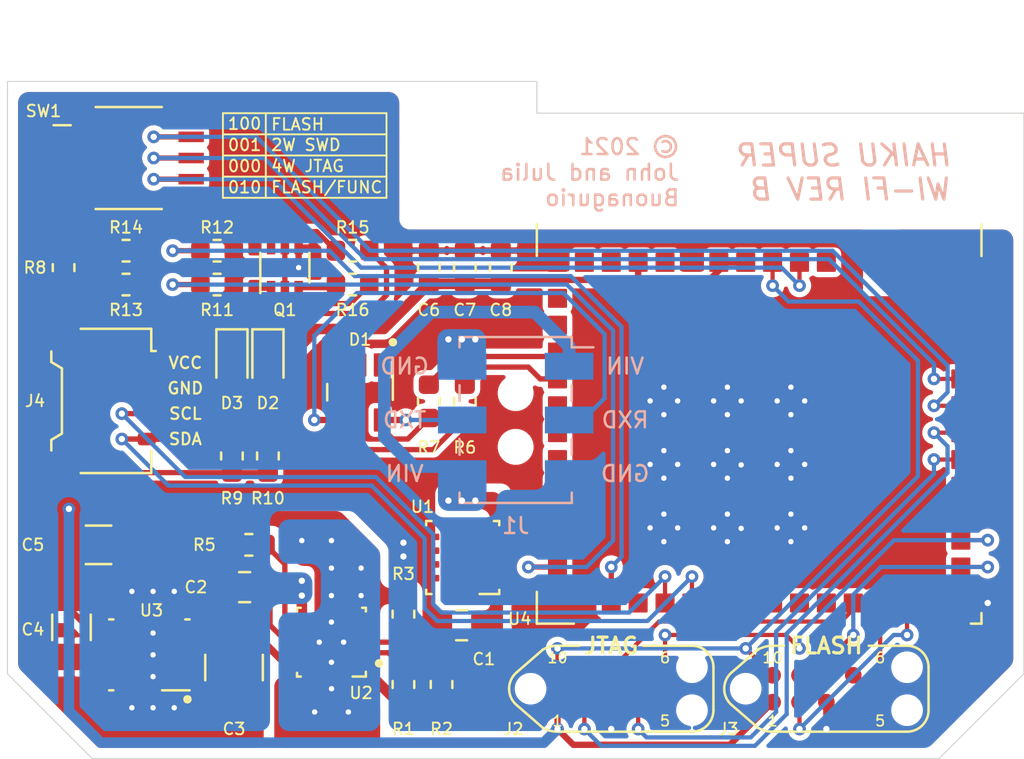
<source format=kicad_pcb>
(kicad_pcb (version 20211014) (generator pcbnew)
  (layers (0 "F.Cu" signal) (31 "B.Cu" signal) (34 "B.Paste" user) (35 "F.Paste" user) (36 "B.SilkS" user "B.Silkscreen") (37 "F.SilkS" user "F.Silkscreen") (38 "B.Mask" user) (39 "F.Mask" user) (44 "Edge.Cuts" user))
  (net 0 "")
  (net 1 "GND")
  (net 2 "+20V")
  (net 3 "VCC")
  (net 4 "CC_nRESET")
  (net 5 "CC_JTAG_TDI")
  (net 6 "CC_JTAG_TDO")
  (net 7 "CC_JTAG_TCK")
  (net 8 "CC_JTAG_TMS")
  (net 9 "CC_FLASH_SPI_MISO")
  (net 10 "CC_FLASH_SPI_MOSI")
  (net 11 "CC_FLASH_SPI_CLK")
  (net 12 "CC_FLASH_SPI_nCS_IN")
  (net 13 "CC_UART0_RX")
  (net 14 "CC_UART0_TX")
  (net 15 "/RXD")
  (net 16 "/TXD")
  (net 17 "Net-(D1-Pad3)")
  (net 18 "Net-(D1-Pad1)")
  (net 19 "Net-(J2-Pad9)")
  (net 20 "Net-(J2-Pad7)")
  (net 21 "Net-(J2-Pad5)")
  (net 22 "Net-(J3-Pad9)")
  (net 23 "Net-(J3-Pad7)")
  (net 24 "Net-(J3-Pad5)")
  (net 25 "Net-(R8-Pad2)")
  (net 26 "Net-(U2-Pad4)")
  (net 27 "Net-(U3-Pad10)")
  (net 28 "Net-(U3-Pad9)")
  (net 29 "Net-(U3-Pad8)")
  (net 30 "Net-(U3-Pad5)")
  (net 31 "Net-(U4-Pad53)")
  (net 32 "CC_NWP_LOG")
  (net 33 "Net-(U4-Pad51)")
  (net 34 "CC_WLAN_LOG")
  (net 35 "CC_RS232_RX")
  (net 36 "CC_RS232_TX")
  (net 37 "Net-(U4-Pad45)")
  (net 38 "Net-(U4-Pad44)")
  (net 39 "Net-(U4-Pad42)")
  (net 40 "Net-(U4-Pad41)")
  (net 41 "Net-(U4-Pad39)")
  (net 42 "Net-(U4-Pad33)")
  (net 43 "Net-(U4-Pad31)")
  (net 44 "Net-(U4-Pad20)")
  (net 45 "Net-(U4-Pad19)")
  (net 46 "Net-(U4-Pad11)")
  (net 47 "Net-(U4-Pad10)")
  (net 48 "Net-(U4-Pad9)")
  (net 49 "Net-(U4-Pad8)")
  (net 50 "Net-(U4-Pad4)")
  (net 51 "/RTN")
  (net 52 "/VIN")
  (net 53 "SOP0")
  (net 54 "SOP1")
  (net 55 "SOP2")
  (net 56 "Net-(U2-Pad9)")
  (net 57 "/DVDT")
  (net 58 "/UVLO")
  (net 59 "/OVP")
  (net 60 "/ILIM")
  (net 61 "I2C_SDA")
  (net 62 "I2C_SCL")
  (net 63 "Net-(D2-Pad1)")
  (net 64 "Net-(Q1-Pad6)")
  (net 65 "Net-(Q1-Pad2)")
  (net 66 "Net-(Q1-Pad5)")
  (net 67 "Net-(Q1-Pad3)")
  (net 68 "GT_PWM05")
  (net 69 "GT_PWM06")
  (net 70 "Net-(D3-Pad1)")
  (net 71 "Net-(U4-Pad7)")
  (footprint "Local:C_0603_1608Metric" (layer "F.Cu") (at 146.1 107.78 90)
    (fp_text reference "C7")
    (fp_text value "0.1uF")
  )
  (footprint "Local:C_0603_1608Metric" (layer "F.Cu") (at 147.8 107.78 90)
    (fp_text reference "C8")
    (fp_text value "0.1uF")
  )
  (footprint "Local:TC2050-IDC-NL-FP-JTAG" (layer "F.Cu") (at 153.016001 127.7)
    (fp_text reference "J2")
    (fp_text value "TC2050-IDC-NL-FP")
  )
  (footprint "Local:TC2050-IDC-NL-FP-Flash" (layer "F.Cu") (at 163.175 127.7)
    (fp_text reference "J3")
    (fp_text value "TC2050-IDC-NL-FP")
  )
  (footprint "Local:DBV0005A" (layer "F.Cu") (at 141.15 113.7 -90)
    (fp_text reference "D1")
    (fp_text value "ESDS302DBVR")
  )
  (footprint "Local:C_0805_2012Metric" (layer "F.Cu") (at 145.95 124.7 180)
    (fp_text reference "C1")
    (fp_text value "1uF")
  )
  (footprint "Local:DRB0008A" (layer "F.Cu") (at 146 121.5 180)
    (fp_text reference "U1")
    (fp_text value "TVS3301DRBR")
  )
  (footprint "Local:R_0603_1608Metric" (layer "F.Cu") (at 143.2 127.5 90)
    (fp_text reference "R1")
    (fp_text value "1M")
  )
  (footprint "Local:R_0603_1608Metric" (layer "F.Cu") (at 145 127.5 90)
    (fp_text reference "R2")
    (fp_text value "536k")
  )
  (footprint "Local:C_1206_3216Metric" (layer "F.Cu") (at 127.522 124.8 -90)
    (fp_text reference "C4")
    (fp_text value "47uF")
  )
  (footprint "Local:C_1210_3225Metric" (layer "F.Cu") (at 135.2 126.7 -90)
    (fp_text reference "C3")
    (fp_text value "10uF")
  )
  (footprint "Local:DRC0010J" (layer "F.Cu") (at 139.8 125.5 180)
    (fp_text reference "U2")
    (fp_text value "TPS26624DRCR")
  )
  (footprint "Local:MON0063A" (layer "F.Cu") (at 149.625 124.5 90)
    (fp_text reference "U4")
    (fp_text value "CC3235MODASF12MONR")
  )
  (footprint "Local:R_0603_1608Metric" (layer "F.Cu") (at 144.4 114.12 90)
    (fp_text reference "R7")
    (fp_text value "100")
  )
  (footprint "Local:C_0603_1608Metric" (layer "F.Cu") (at 144.4 107.78 90)
    (fp_text reference "C6")
    (fp_text value "0.1uF")
  )
  (footprint "Local:R_0603_1608Metric" (layer "F.Cu") (at 146.1 114.12 90)
    (fp_text reference "R6")
    (fp_text value "100")
  )
  (footprint "Local:R_0603_1608Metric" (layer "F.Cu") (at 143.2 124.175 90)
    (fp_text reference "R3")
    (fp_text value "24k")
  )
  (footprint "Local:SIL0010A" (layer "F.Cu") (at 131.2 126.1 180)
    (fp_text reference "U3")
    (fp_text value "LMZM23600V3SILR")
  )
  (footprint "Local:C_1206_3216Metric" (layer "F.Cu") (at 128.8 120.9)
    (fp_text reference "C5")
    (fp_text value "47uF")
  )
  (footprint "Local:419B-02" (layer "F.Cu") (at 137.6 107.8 90)
    (fp_text reference "Q1")
    (fp_text value "NVJD4401N")
  )
  (footprint "Local:R_0603_1608Metric" (layer "F.Cu") (at 134.4 108.6 180)
    (fp_text reference "R11")
    (fp_text value "100")
  )
  (footprint "Local:R_0603_1608Metric" (layer "F.Cu") (at 134.4 107 180)
    (fp_text reference "R12")
    (fp_text value "100")
  )
  (footprint "Local:R_0603_1608Metric" (layer "F.Cu") (at 130.1 108.6 180)
    (fp_text reference "R13")
    (fp_text value "10k")
  )
  (footprint "Local:R_0603_1608Metric" (layer "F.Cu") (at 130.1 107 180)
    (fp_text reference "R14")
    (fp_text value "10k")
  )
  (footprint "Local:R_0603_1608Metric" (layer "F.Cu") (at 140.8 107 180)
    (fp_text reference "R15")
    (fp_text value "330")
  )
  (footprint "Local:R_0603_1608Metric" (layer "F.Cu") (at 127.15 107.8 90)
    (fp_text reference "R8")
    (fp_text value "10k")
  )
  (footprint "Local:R_0603_1608Metric" (layer "F.Cu") (at 140.8 108.6 180)
    (fp_text reference "R16")
    (fp_text value "220")
  )
  (footprint "Local:78171-0004" (layer "F.Cu") (at 129.2 114.1 -90)
    (fp_text reference "J4")
    (fp_text value "78171-0004")
  )
  (footprint "Local:CVS-03B" (layer "F.Cu") (at 130.225 102.62)
    (fp_text reference "SW1")
    (fp_text value "CVS-03B")
  )
  (footprint "Local:R_0603_1608Metric" (layer "F.Cu") (at 135.1 116.7 90)
    (fp_text reference "R9")
    (fp_text value "3.3k")
  )
  (footprint "Local:R_0603_1608Metric" (layer "F.Cu") (at 136.8 116.7 90)
    (fp_text reference "R10")
    (fp_text value "3.3k")
  )
  (footprint "Local:C_0805_2012Metric" (layer "F.Cu") (at 135.7 122.9 180)
    (fp_text reference "C2")
    (fp_text value "22nF")
  )
  (footprint "Local:R_0603_1608Metric" (layer "F.Cu") (at 135.9 120.9 180)
    (fp_text reference "R5")
    (fp_text value "13.3k")
  )
  (footprint "Local:APT1608" (layer "F.Cu") (at 136.8 112.2 -90)
    (fp_text reference "D2")
    (fp_text value "YELLOW")
  )
  (footprint "Local:APT1608" (layer "F.Cu") (at 135.1 112.2 -90)
    (fp_text reference "D3")
    (fp_text value "BLUE")
  )
  (footprint "Local:HLE-103-02-S-DV-LC" (layer "B.Cu") (at 148.5 115 180)
    (fp_text reference "J1")
    (fp_text value "HLE-103-02-S-DV-LC")
  )
  (gr_line (start 142.4 100.5) (end 142.4 104.5) (layer "F.SilkS") (width 0.09))
  (gr_line (start 134.675 102.5) (end 142.4 102.5) (layer "F.SilkS") (width 0.09))
  (gr_line (start 134.675 103.5) (end 142.4 103.5) (layer "F.SilkS") (width 0.09))
  (gr_line (start 134.675 100.5) (end 142.4 100.5) (layer "F.SilkS") (width 0.09))
  (gr_line (start 134.675 100.5) (end 134.675 104.5) (layer "F.SilkS") (width 0.09))
  (gr_line (start 134.675 101.5) (end 142.4 101.5) (layer "F.SilkS") (width 0.09))
  (gr_line (start 136.7 100.5) (end 136.7 104.5) (layer "F.SilkS") (width 0.09))
  (gr_line (start 134.675 104.5) (end 142.4 104.5) (layer "F.SilkS") (width 0.09))
  (gr_line (start 149.5 100.5) (end 149.5 99) (layer "Edge.Cuts") (width 0.05))
  (gr_line (start 172.5 100.5) (end 149.5 100.5) (layer "Edge.Cuts") (width 0.05))
  (gr_line (start 172.5 127) (end 172.5 100.5) (layer "Edge.Cuts") (width 0.05))
  (gr_line (start 149.5 99) (end 124.5 99) (layer "Edge.Cuts") (width 0.05))
  (gr_line (start 168.5 131) (end 172.5 127) (layer "Edge.Cuts") (width 0.05))
  (gr_line (start 124.5 99) (end 124.5 127) (layer "Edge.Cuts") (width 0.05))
  (gr_line (start 128.5 131) (end 168.5 131) (layer "Edge.Cuts") (width 0.05))
  (gr_line (start 124.5 127) (end 128.5 131) (layer "Edge.Cuts") (width 0.05))
  (gr_text "© 2021\nJohn and Julia\nBuonagurio" (at 156.3 103.3) (layer "B.SilkS") (effects (font (size 0.75 0.75) (thickness 0.12)) (justify left mirror)))
  (gr_text "VIN" (at 153.67 112.46) (layer "B.SilkS") (effects (font (size 0.75 0.75) (thickness 0.12)) (justify mirror)))
  (gr_text "GND" (at 153.67 117.54) (layer "B.SilkS") (effects (font (size 0.75 0.75) (thickness 0.12)) (justify mirror)))
  (gr_text "GND" (at 143.256 112.46) (layer "B.SilkS") (effects (font (size 0.75 0.75) (thickness 0.12)) (justify mirror)))
  (gr_text "TXD" (at 143.256 115) (layer "B.SilkS") (effects (font (size 0.75 0.75) (thickness 0.12)) (justify mirror)))
  (gr_text "VIN" (at 143.256 117.54) (layer "B.SilkS") (effects (font (size 0.75 0.75) (thickness 0.12)) (justify mirror)))
  (gr_text "RXD" (at 153.67 115) (layer "B.SilkS") (effects (font (size 0.75 0.75) (thickness 0.12)) (justify mirror)))
  (gr_text "HAIKU SUPER\nWI-FI REV B\n" (at 169.2 103.3) (layer "B.SilkS") (effects (font (size 1 1) (thickness 0.15) italic) (justify left mirror)))
  (gr_text "4W JTAG" (at 136.9 103) (layer "F.SilkS") (effects (font (size 0.55 0.55) (thickness 0.09)) (justify left)))
  (gr_text "100" (at 135.7 101) (layer "F.SilkS") (effects (font (size 0.55 0.55) (thickness 0.09))))
  (gr_text "FLASH" (at 136.9 101.03) (layer "F.SilkS") (effects (font (size 0.55 0.55) (thickness 0.09)) (justify left)))
  (gr_text "2W SWD" (at 136.9 102) (layer "F.SilkS") (effects (font (size 0.55 0.55) (thickness 0.09)) (justify left)))
  (gr_text "001" (at 135.7 102) (layer "F.SilkS") (effects (font (size 0.55 0.55) (thickness 0.09))))
  (gr_text "000" (at 135.7 103) (layer "F.SilkS") (effects (font (size 0.55 0.55) (thickness 0.09))))
  (gr_text "FLASH/FUNC" (at 136.9 104) (layer "F.SilkS") (effects (font (size 0.55 0.55) (thickness 0.09)) (justify left)))
  (gr_text "010" (at 135.7 104) (layer "F.SilkS") (effects (font (size 0.55 0.55) (thickness 0.09))))
  (gr_text "SDA" (at 132.9 115.9) (layer "F.SilkS") (effects (font (size 0.55 0.55) (thickness 0.1))))
  (gr_text "SCL" (at 132.9 114.7) (layer "F.SilkS") (effects (font (size 0.55 0.55) (thickness 0.1))))
  (gr_text "GND" (at 132.9 113.5) (layer "F.SilkS") (effects (font (size 0.55 0.55) (thickness 0.1))))
  (gr_text "VCC" (at 132.9 112.3) (layer "F.SilkS") (effects (font (size 0.55 0.55) (thickness 0.1))))
  (segment (start 153.016001 128.335) (end 153.016001 129.603999) (width 0.3) (layer "F.Cu") (net 1))
  (segment (start 138.4 124.4) (end 138.4 123.3) (width 0.5) (layer "F.Cu") (net 1))
  (segment (start 138.4 123.3) (end 138.4 122.6) (width 0.5) (layer "F.Cu") (net 1))
  (segment (start 163.175 129.605) (end 163.175 128.335) (width 0.3) (layer "F.Cu") (net 1))
  (via (at 170.795 123.649) (size 0.6) (drill 0.3) (layers "F.Cu" "B.Cu") (net 1))
  (via (at 145.96 111.19) (size 0.6) (drill 0.3) (layers "F.Cu" "B.Cu") (net 1))
  (via (at 145.325 111.19) (size 0.6) (drill 0.3) (layers "F.Cu" "B.Cu") (net 1))
  (via (at 146.595 111.19) (size 0.6) (drill 0.3) (layers "F.Cu" "B.Cu") (net 1))
  (via (at 153.015 129.605) (size 0.6) (drill 0.3) (layers "F.Cu" "B.Cu") (net 1))
  (via (at 143.2 121.45) (size 0.6) (drill 0.3) (layers "F.Cu" "B.Cu") (net 1))
  (via (at 143.2 120.8) (size 0.6) (drill 0.3) (layers "F.Cu" "B.Cu") (net 1))
  (via (at 138.4 122.6) (size 0.6) (drill 0.3) (layers "F.Cu" "B.Cu") (net 1))
  (via (at 138.4 123.3) (size 0.6) (drill 0.3) (layers "F.Cu" "B.Cu") (net 1))
  (via (at 138.25 107.8) (size 0.508) (drill 0.254) (layers "F.Cu" "B.Cu") (net 1))
  (via (at 163.175 129.605) (size 0.6) (drill 0.3) (layers "F.Cu" "B.Cu") (net 1))
  (segment (start 145 128.2875) (end 143.2 128.2875) (width 0.5) (layer "F.Cu") (net 2))
  (segment (start 145.325 118.81) (end 145.96 118.81) (width 0.5) (layer "F.Cu") (net 2))
  (segment (start 146.8875 126.4) (end 146.8875 124.7) (width 0.5) (layer "F.Cu") (net 2))
  (segment (start 145 128.2875) (end 146.8875 126.4) (width 0.5) (layer "F.Cu") (net 2))
  (segment (start 142.8875 128.2875) (end 141.225003 126.625003) (width 0.5) (layer "F.Cu") (net 2))
  (segment (start 143.2 128.2875) (end 142.8875 128.2875) (width 0.5) (layer "F.Cu") (net 2))
  (segment (start 145.96 118.81) (end 146.595 118.81) (width 0.5) (layer "F.Cu") (net 2))
  (via (at 145.96 118.81) (size 0.6) (drill 0.3) (layers "F.Cu" "B.Cu") (net 2))
  (via (at 146.595 118.81) (size 0.6) (drill 0.3) (layers "F.Cu" "B.Cu") (net 2))
  (via (at 145.325 118.81) (size 0.6) (drill 0.3) (layers "F.Cu" "B.Cu") (net 2))
  (segment (start 142.3 112.1) (end 142.3 115.8) (width 0.6) (layer "B.Cu") (net 2))
  (segment (start 151.025 112.46) (end 151.025 111.525) (width 0.6) (layer "B.Cu") (net 2))
  (segment (start 144.5 109.9) (end 142.3 112.1) (width 0.6) (layer "B.Cu") (net 2))
  (segment (start 143.7 117.2) (end 145.635 117.2) (width 0.6) (layer "B.Cu") (net 2))
  (segment (start 151.025 111.525) (end 149.4 109.9) (width 0.6) (layer "B.Cu") (net 2))
  (segment (start 145.635 117.2) (end 145.975 117.54) (width 0.6) (layer "B.Cu") (net 2))
  (segment (start 142.3 115.8) (end 143.7 117.2) (width 0.6) (layer "B.Cu") (net 2))
  (segment (start 149.4 109.9) (end 144.5 109.9) (width 0.6) (layer "B.Cu") (net 2))
  (segment (start 131.075 112.3) (end 134.375 112.3) (width 0.5) (layer "F.Cu") (net 3))
  (segment (start 151.221001 130.35) (end 158.62 130.35) (width 0.3) (layer "F.Cu") (net 3))
  (segment (start 136.8 113.025) (end 139.125 110.7) (width 0.5) (layer "F.Cu") (net 3))
  (segment (start 147.8 108.5675) (end 147.987499 108.380001) (width 0.3) (layer "F.Cu") (net 3))
  (segment (start 129.675 125.5) (end 129 125.5) (width 0.3) (layer "F.Cu") (net 3))
  (segment (start 154.285 107.549) (end 154.285 108.375002) (width 0.3) (layer "F.Cu") (net 3))
  (segment (start 146.1 108.5675) (end 147.8 108.5675) (width 0.5) (layer "F.Cu") (net 3))
  (segment (start 157.650001 108.380001) (end 158.095 107.935002) (width 0.3) (layer "F.Cu") (net 3))
  (segment (start 158.62 130.35) (end 158.737999 130.232001) (width 0.3) (layer "F.Cu") (net 3))
  (segment (start 130.3 112.3) (end 129 113.6) (width 0.5) (layer "F.Cu") (net 3))
  (segment (start 158.095001 107.548999) (end 159.365 107.548999) (width 0.3) (layer "F.Cu") (net 3))
  (segment (start 129 117.6) (end 127.4 119.2) (width 0.5) (layer "F.Cu") (net 3))
  (segment (start 135.1 113.025) (end 136.8 113.025) (width 0.5) (layer "F.Cu") (net 3))
  (segment (start 158.729999 130.240001) (end 159.076 129.894) (width 0.3) (layer "F.Cu") (net 3))
  (segment (start 139.125 110.7) (end 142.2675 110.7) (width 0.5) (layer "F.Cu") (net 3))
  (segment (start 136.8 117.4875) (end 135.1 117.4875) (width 0.25) (layer "F.Cu") (net 3))
  (segment (start 129.1125 117.4875) (end 127.4 119.2) (width 0.25) (layer "F.Cu") (net 3))
  (segment (start 144.4 108.5675) (end 146.1 108.5675) (width 0.5) (layer "F.Cu") (net 3))
  (segment (start 142.2675 110.7) (end 144.4 108.5675) (width 0.5) (layer "F.Cu") (net 3))
  (segment (start 158.737999 130.232001) (end 159.076 129.894) (width 0.25) (layer "F.Cu") (net 3))
  (segment (start 150.476001 128.335) (end 150.476001 129.605) (width 0.3) (layer "F.Cu") (net 3))
  (segment (start 135.1 117.4875) (end 129.1125 117.4875) (width 0.25) (layer "F.Cu") (net 3))
  (segment (start 159.076 129.894) (end 160.635 128.335) (width 0.3) (layer "F.Cu") (net 3))
  (segment (start 129 125.5) (end 127.522 124.022) (width 0.3) (layer "F.Cu") (net 3))
  (segment (start 158.095 107.549) (end 158.095 107.935002) (width 0.3) (layer "F.Cu") (net 3))
  (segment (start 158.095 107.549) (end 158.095001 107.548999) (width 0.3) (layer "F.Cu") (net 3))
  (segment (start 150.476001 129.605) (end 151.221001 130.35) (width 0.3) (layer "F.Cu") (net 3))
  (segment (start 134.375 112.3) (end 135.1 113.025) (width 0.5) (layer "F.Cu") (net 3))
  (segment (start 154.280001 108.380001) (end 157.650001 108.380001) (width 0.3) (layer "F.Cu") (net 3))
  (segment (start 147.987499 108.380001) (end 154.280001 108.380001) (width 0.3) (layer "F.Cu") (net 3))
  (segment (start 129 113.6) (end 129 117.6) (width 0.5) (layer "F.Cu") (net 3))
  (segment (start 131.075 112.3) (end 130.3 112.3) (width 0.5) (layer "F.Cu") (net 3))
  (segment (start 127.15 108.5875) (end 127.15 109.15) (width 0.25) (layer "F.Cu") (net 3))
  (segment (start 127.15 109.15) (end 130.3 112.3) (width 0.25) (layer "F.Cu") (net 3))
  (segment (start 154.285 108.375002) (end 154.280001 108.380001) (width 0.25) (layer "F.Cu") (net 3))
  (via (at 150.476001 129.605) (size 0.6) (drill 0.3) (layers "F.Cu" "B.Cu") (net 3))
  (via (at 127.4 119.2) (size 0.6) (drill 0.3) (layers "F.Cu" "B.Cu") (net 3))
  (segment (start 149.831001 130.25) (end 150.476001 129.605) (width 0.5) (layer "B.Cu") (net 3))
  (segment (start 127.4 128.75) (end 128.9 130.25) (width 0.5) (layer "B.Cu") (net 3))
  (segment (start 127.4 119.2) (end 127.4 128.75) (width 0.5) (layer "B.Cu") (net 3))
  (segment (start 128.9 130.25) (end 149.831001 130.25) (width 0.5) (layer "B.Cu") (net 3))
  (segment (start 159.365 125.795) (end 160.635 127.065) (width 0.2) (layer "F.Cu") (net 4))
  (segment (start 160.635 108.65) (end 160.635 107.549) (width 0.2) (layer "F.Cu") (net 4))
  (segment (start 150.476001 125.795) (end 150.476001 127.065) (width 0.2) (layer "F.Cu") (net 4))
  (via (at 150.476001 125.795) (size 0.6) (drill 0.3) (layers "F.Cu" "B.Cu") (net 4))
  (via (at 159.365 125.795) (size 0.6) (drill 0.3) (layers "F.Cu" "B.Cu") (net 4))
  (via (at 160.635 108.65) (size 0.6) (drill 0.3) (layers "F.Cu" "B.Cu") (net 4))
  (segment (start 150.476001 125.795) (end 159.365 125.795) (width 0.2) (layer "B.Cu") (net 4))
  (segment (start 164.7 109.4) (end 167.5 112.2) (width 0.2) (layer "B.Cu") (net 4))
  (segment (start 167.5 117.66) (end 159.365 125.795) (width 0.2) (layer "B.Cu") (net 4))
  (segment (start 167.5 112.2) (end 167.5 117.66) (width 0.2) (layer "B.Cu") (net 4))
  (segment (start 160.635 108.65) (end 161.385 109.4) (width 0.2) (layer "B.Cu") (net 4))
  (segment (start 161.385 109.4) (end 164.7 109.4) (width 0.2) (layer "B.Cu") (net 4))
  (segment (start 163.867 124.525) (end 155.275 124.525) (width 0.2) (layer "F.Cu") (net 5))
  (segment (start 164.445 123.649) (end 164.445 123.947) (width 0.2) (layer "F.Cu") (net 5))
  (segment (start 155.275 124.525) (end 153.016001 126.783999) (width 0.2) (layer "F.Cu") (net 5))
  (segment (start 164.445 123.947) (end 163.867 124.525) (width 0.2) (layer "F.Cu") (net 5))
  (segment (start 153.016001 126.783999) (end 153.016001 127.065) (width 0.2) (layer "F.Cu") (net 5))
  (segment (start 170.795 120.679) (end 169.525 120.679) (width 0.2) (layer "F.Cu") (net 6))
  (segment (start 155.556001 127.065) (end 155.556001 125.161001) (width 0.2) (layer "F.Cu") (net 6))
  (segment (start 155.555 125.16) (end 161.27 125.16) (width 0.2) (layer "F.Cu") (net 6))
  (segment (start 155.556001 125.161001) (end 155.555 125.16) (width 0.25) (layer "F.Cu") (net 6))
  (segment (start 161.27 125.16) (end 161.905 125.795) (width 0.2) (layer "F.Cu") (net 6))
  (via (at 170.795 120.679) (size 0.6) (drill 0.3) (layers "F.Cu" "B.Cu") (net 6))
  (via (at 155.555 125.16) (size 0.6) (drill 0.3) (layers "F.Cu" "B.Cu") (net 6))
  (via (at 161.905 125.795) (size 0.6) (drill 0.3) (layers "F.Cu" "B.Cu") (net 6))
  (segment (start 161.905 125.145) (end 166.371 120.679) (width 0.2) (layer "B.Cu") (net 6))
  (segment (start 161.905 125.795) (end 161.905 125.145) (width 0.2) (layer "B.Cu") (net 6))
  (segment (start 166.371 120.679) (end 170.795 120.679) (width 0.2) (layer "B.Cu") (net 6))
  (segment (start 168.255002 116.869) (end 168.255 116.868998) (width 0.25) (layer "F.Cu") (net 7))
  (segment (start 154.286001 129.605) (end 154.286001 128.335) (width 0.2) (layer "F.Cu") (net 7))
  (segment (start 154.391001 129.603999) (end 154.39 129.605) (width 0.25) (layer "F.Cu") (net 7))
  (segment (start 169.525 116.869) (end 168.255002 116.869) (width 0.2) (layer "F.Cu") (net 7))
  (via (at 154.286001 129.605) (size 0.6) (drill 0.3) (layers "F.Cu" "B.Cu") (net 7))
  (via (at 168.255 116.868998) (size 0.6) (drill 0.3) (layers "F.Cu" "B.Cu") (net 7))
  (segment (start 160.8 128.8) (end 160.8 125) (width 0.2) (layer "B.Cu") (net 7))
  (segment (start 168.255 117.545) (end 168.255 116.868998) (width 0.2) (layer "B.Cu") (net 7))
  (segment (start 154.286001 129.605) (end 154.681001 130) (width 0.2) (layer "B.Cu") (net 7))
  (segment (start 160.8 125) (end 168.255 117.545) (width 0.2) (layer "B.Cu") (net 7))
  (segment (start 154.681001 130) (end 159.6 130) (width 0.2) (layer "B.Cu") (net 7))
  (segment (start 159.6 130) (end 160.8 128.8) (width 0.2) (layer "B.Cu") (net 7))
  (segment (start 169.525 115.599) (end 168.255 115.599) (width 0.2) (layer "F.Cu") (net 8))
  (segment (start 151.746001 129.605) (end 151.746001 128.335) (width 0.2) (layer "F.Cu") (net 8))
  (segment (start 169.525002 115.598998) (end 169.525 115.599) (width 0.25) (layer "F.Cu") (net 8))
  (via (at 168.255 115.599) (size 0.6) (drill 0.3) (layers "F.Cu" "B.Cu") (net 8))
  (via (at 151.746001 129.605) (size 0.6) (drill 0.3) (layers "F.Cu" "B.Cu") (net 8))
  (segment (start 168.255 115.599) (end 168.897 116.241) (width 0.2) (layer "B.Cu") (net 8))
  (segment (start 159.8 130.4) (end 161.3 128.9) (width 0.2) (layer "B.Cu") (net 8))
  (segment (start 161.3 128.9) (end 161.3 125.094) (width 0.2) (layer "B.Cu") (net 8))
  (segment (start 151.746001 129.605) (end 152.541001 130.4) (width 0.2) (layer "B.Cu") (net 8))
  (segment (start 168.897 116.241) (end 168.897 117.497) (width 0.2) (layer "B.Cu") (net 8))
  (segment (start 161.3 125.094) (end 168.897 117.497) (width 0.2) (layer "B.Cu") (net 8))
  (segment (start 152.541001 130.4) (end 159.8 130.4) (width 0.2) (layer "B.Cu") (net 8))
  (segment (start 165.715 123.649) (end 165.715 127.268658) (width 0.2) (layer "F.Cu") (net 9))
  (segment (start 165.715 127.268658) (end 165.715 127.065) (width 0.25) (layer "F.Cu") (net 9))
  (segment (start 163.175 127.065) (end 163.175 126.43) (width 0.2) (layer "F.Cu") (net 10))
  (segment (start 163.175 126.43) (end 164.445 125.16) (width 0.2) (layer "F.Cu") (net 10))
  (segment (start 170.795 121.949) (end 169.525 121.949) (width 0.2) (layer "F.Cu") (net 10))
  (via (at 170.795 121.949) (size 0.6) (drill 0.3) (layers "F.Cu" "B.Cu") (net 10))
  (via (at 164.445 125.16) (size 0.6) (drill 0.3) (layers "F.Cu" "B.Cu") (net 10))
  (segment (start 165.751 121.949) (end 164.445 123.255) (width 0.2) (layer "B.Cu") (net 10))
  (segment (start 164.445 123.255) (end 164.445 125.16) (width 0.2) (layer "B.Cu") (net 10))
  (segment (start 170.795 121.949) (end 165.751 121.949) (width 0.2) (layer "B.Cu") (net 10))
  (segment (start 170.794998 121.948998) (end 170.795 121.949) (width 0.2) (layer "B.Cu") (net 10))
  (segment (start 166.11 130) (end 167.6 130) (width 0.2) (layer "F.Cu") (net 11))
  (segment (start 167.6 130) (end 168.255 129.345) (width 0.2) (layer "F.Cu") (net 11))
  (segment (start 168.255 129.345) (end 168.255 123.649) (width 0.2) (layer "F.Cu") (net 11))
  (segment (start 164.445 128.335) (end 166.11 130) (width 0.2) (layer "F.Cu") (net 11))
  (segment (start 166.985 123.649) (end 166.985 125.16) (width 0.2) (layer "F.Cu") (net 12))
  (segment (start 161.905 129.605) (end 161.905 128.335) (width 0.2) (layer "F.Cu") (net 12))
  (via (at 161.905 129.605) (size 0.6) (drill 0.3) (layers "F.Cu" "B.Cu") (net 12))
  (via (at 166.985 125.16) (size 0.6) (drill 0.3) (layers "F.Cu" "B.Cu") (net 12))
  (segment (start 166.35 125.16) (end 161.905 129.605) (width 0.2) (layer "B.Cu") (net 12))
  (segment (start 166.985 125.16) (end 166.35 125.16) (width 0.2) (layer "B.Cu") (net 12))
  (segment (start 149.659 113.059) (end 150.476 113.059) (width 0.25) (layer "F.Cu") (net 13))
  (segment (start 146.1 113.3325) (end 146.9325 112.5) (width 0.25) (layer "F.Cu") (net 13))
  (segment (start 149.1 112.5) (end 149.659 113.059) (width 0.25) (layer "F.Cu") (net 13))
  (segment (start 146.9325 112.5) (end 149.1 112.5) (width 0.25) (layer "F.Cu") (net 13))
  (segment (start 145.7 112) (end 150.265 112) (width 0.25) (layer "F.Cu") (net 14))
  (segment (start 144.4 113.3325) (end 144.4 113.3) (width 0.25) (layer "F.Cu") (net 14))
  (segment (start 150.265 112) (end 150.476 111.789) (width 0.25) (layer "F.Cu") (net 14))
  (segment (start 144.4 113.3) (end 145.7 112) (width 0.25) (layer "F.Cu") (net 14))
  (segment (start 141.3 116.4) (end 144.6075 116.4) (width 0.25) (layer "F.Cu") (net 15))
  (segment (start 144.6075 116.4) (end 146.1 114.9075) (width 0.25) (layer "F.Cu") (net 15))
  (segment (start 140.2 115) (end 140.2 115.3) (width 0.25) (layer "F.Cu") (net 15))
  (segment (start 140.2 115.3) (end 141.3 116.4) (width 0.25) (layer "F.Cu") (net 15))
  (segment (start 140.2 115) (end 138.991 115) (width 0.3) (layer "F.Cu") (net 15))
  (via (at 138.991 115) (size 0.6) (drill 0.3) (layers "F.Cu" "B.Cu") (net 15))
  (segment (start 150.755 109) (end 141 109) (width 0.2) (layer "B.Cu") (net 15))
  (segment (start 151.675 115) (end 152.7 113.975) (width 0.2) (layer "B.Cu") (net 15))
  (segment (start 138.991 111.009) (end 138.991 115) (width 0.2) (layer "B.Cu") (net 15))
  (segment (start 141 109) (end 138.991 111.009) (width 0.2) (layer "B.Cu") (net 15))
  (segment (start 152.7 110.945) (end 150.755 109) (width 0.2) (layer "B.Cu") (net 15))
  (segment (start 151.025 115) (end 151.675 115) (width 0.2) (layer "B.Cu") (net 15))
  (segment (start 152.7 113.975) (end 152.7 110.945) (width 0.2) (layer "B.Cu") (net 15))
  (segment (start 143.4075 115.9) (end 144.4 114.9075) (width 0.25) (layer "F.Cu") (net 16))
  (segment (start 142.1 115) (end 142.1 115.3) (width 0.25) (layer "F.Cu") (net 16))
  (segment (start 142.1 115) (end 143.309 115) (width 0.3) (layer "F.Cu") (net 16))
  (segment (start 142.1 115.3) (end 142.7 115.9) (width 0.25) (layer "F.Cu") (net 16))
  (segment (start 142.7 115.9) (end 143.4075 115.9) (width 0.25) (layer "F.Cu") (net 16))
  (via (at 143.309 115) (size 0.6) (drill 0.3) (layers "F.Cu" "B.Cu") (net 16))
  (segment (start 145.975 115) (end 143.309 115) (width 0.2) (layer "B.Cu") (net 16))
  (segment (start 127.15 102.62) (end 127.15 101.62) (width 0.25) (layer "F.Cu") (net 25))
  (segment (start 127.15 103.62) (end 127.15 102.62) (width 0.25) (layer "F.Cu") (net 25))
  (segment (start 127.15 103.745) (end 127.275 103.62) (width 0.25) (layer "F.Cu") (net 25))
  (segment (start 127.15 107.0125) (end 127.15 103.745) (width 0.25) (layer "F.Cu") (net 25))
  (via (at 139.8 120.7) (size 0.508) (drill 0.254) (layers "F.Cu" "B.Cu") (net 51))
  (via (at 141.2 122) (size 0.508) (drill 0.254) (layers "F.Cu" "B.Cu") (net 51))
  (via (at 140.6 128.8) (size 0.508) (drill 0.254) (layers "F.Cu" "B.Cu") (net 51))
  (via (at 139.005 128.8) (size 0.508) (drill 0.254) (layers "F.Cu" "B.Cu") (net 51))
  (via (at 139.8 122) (size 0.508) (drill 0.254) (layers "F.Cu" "B.Cu") (net 51))
  (via (at 141.2 123.3) (size 0.508) (drill 0.254) (layers "F.Cu" "B.Cu") (net 51))
  (via (at 139.8 123.3) (size 0.508) (drill 0.254) (layers "F.Cu" "B.Cu") (net 51))
  (via (at 139.805 127.7) (size 0.508) (drill 0.254) (layers "F.Cu" "B.Cu") (net 51))
  (via (at 138.4 120.7) (size 0.508) (drill 0.254) (layers "F.Cu" "B.Cu") (net 51))
  (segment (start 137.6 126.500001) (end 136.399999 125.3) (width 0.35) (layer "F.Cu") (net 52))
  (segment (start 138.4 126.500001) (end 137.6 126.500001) (width 0.35) (layer "F.Cu") (net 52))
  (segment (start 136.399999 125.3) (end 135.2 125.3) (width 0.35) (layer "F.Cu") (net 52))
  (segment (start 131.405 103.62) (end 133.175 103.62) (width 0.25) (layer "F.Cu") (net 53))
  (segment (start 161.905 108.65) (end 161.905 107.548999) (width 0.2) (layer "F.Cu") (net 53))
  (via (at 161.905 108.65) (size 0.6) (drill 0.3) (layers "F.Cu" "B.Cu") (net 53))
  (via (at 131.405 103.62) (size 0.6) (drill 0.3) (layers "F.Cu" "B.Cu") (net 53))
  (segment (start 161.055 107.8) (end 161.905 108.65) (width 0.2) (layer "B.Cu") (net 53))
  (segment (start 137.02 103.62) (end 141.2 107.8) (width 0.2) (layer "B.Cu") (net 53))
  (segment (start 141.2 107.8) (end 161.055 107.8) (width 0.2) (layer "B.Cu") (net 53))
  (segment (start 131.405 103.62) (end 137.02 103.62) (width 0.2) (layer "B.Cu") (net 53))
  (segment (start 131.405 102.62) (end 133.175 102.62) (width 0.25) (layer "F.Cu") (net 54))
  (segment (start 168.255 113.058998) (end 169.523999 113.058998) (width 0.2) (layer "F.Cu") (net 54))
  (via (at 168.255 113.058998) (size 0.6) (drill 0.3) (layers "F.Cu" "B.Cu") (net 54))
  (via (at 131.405 102.62) (size 0.6) (drill 0.3) (layers "F.Cu" "B.Cu") (net 54))
  (segment (start 131.405 102.62) (end 136.62 102.62) (width 0.2) (layer "B.Cu") (net 54))
  (segment (start 141.4 107.4) (end 163.3 107.4) (width 0.2) (layer "B.Cu") (net 54))
  (segment (start 163.3 107.4) (end 168.255 112.355) (width 0.2) (layer "B.Cu") (net 54))
  (segment (start 136.62 102.62) (end 141.4 107.4) (width 0.2) (layer "B.Cu") (net 54))
  (segment (start 168.255 112.355) (end 168.255 113.058998) (width 0.2) (layer "B.Cu") (net 54))
  (segment (start 169.525 114.329) (end 168.255 114.329) (width 0.2) (layer "F.Cu") (net 55))
  (segment (start 131.405 101.62) (end 133.175 101.62) (width 0.25) (layer "F.Cu") (net 55))
  (via (at 168.255 114.329) (size 0.6) (drill 0.3) (layers "F.Cu" "B.Cu") (net 55))
  (via (at 131.405 101.62) (size 0.6) (drill 0.3) (layers "F.Cu" "B.Cu") (net 55))
  (segment (start 163.466 107) (end 168.9 112.434) (width 0.2) (layer "B.Cu") (net 55))
  (segment (start 131.405 101.62) (end 136.25442 101.62) (width 0.2) (layer "B.Cu") (net 55))
  (segment (start 136.25442 101.62) (end 141.63442 107) (width 0.2) (layer "B.Cu") (net 55))
  (segment (start 141.63442 107) (end 163.466 107) (width 0.2) (layer "B.Cu") (net 55))
  (segment (start 168.9 112.434) (end 168.9 113.684) (width 0.2) (layer "B.Cu") (net 55))
  (segment (start 168.9 113.684) (end 168.255 114.329) (width 0.2) (layer "B.Cu") (net 55))
  (segment (start 137.7 125.5) (end 138.4 125.5) (width 0.25) (layer "F.Cu") (net 57))
  (segment (start 136.9 123.1625) (end 136.9 124.7) (width 0.25) (layer "F.Cu") (net 57))
  (segment (start 136.9 124.7) (end 137.7 125.5) (width 0.25) (layer "F.Cu") (net 57))
  (segment (start 136.6375 122.9) (end 136.9 123.1625) (width 0.25) (layer "F.Cu") (net 57))
  (segment (start 143.2 126.7125) (end 142.487501 126.000001) (width 0.25) (layer "F.Cu") (net 58))
  (segment (start 142.487501 126.000001) (end 141.2 126.000001) (width 0.25) (layer "F.Cu") (net 58))
  (segment (start 141.2 125.5) (end 142.5875 125.5) (width 0.25) (layer "F.Cu") (net 59))
  (segment (start 142.5875 125.5) (end 143.2 124.8875) (width 0.25) (layer "F.Cu") (net 59))
  (segment (start 145 126.7125) (end 145 126.6875) (width 0.25) (layer "F.Cu") (net 59))
  (segment (start 145 126.6875) (end 143.2 124.8875) (width 0.25) (layer "F.Cu") (net 59))
  (segment (start 137.6 121.8125) (end 137.6 124.720001) (width 0.25) (layer "F.Cu") (net 60))
  (segment (start 136.6875 120.9) (end 137.6 121.8125) (width 0.25) (layer "F.Cu") (net 60))
  (segment (start 137.879997 124.999998) (end 138.4 124.999998) (width 0.25) (layer "F.Cu") (net 60))
  (segment (start 137.6 124.720001) (end 137.879997 124.999998) (width 0.25) (layer "F.Cu") (net 60))
  (segment (start 156.825 123.649) (end 156.825 122.4) (width 0.2) (layer "F.Cu") (net 61))
  (segment (start 129.9 115.9) (end 131.075 115.9) (width 0.25) (layer "F.Cu") (net 61))
  (segment (start 131.0875 115.9125) (end 131.075 115.9) (width 0.25) (layer "F.Cu") (net 61))
  (segment (start 135.1 115.9125) (end 131.0875 115.9125) (width 0.25) (layer "F.Cu") (net 61))
  (via (at 129.9 115.9) (size 0.6) (drill 0.3) (layers "F.Cu" "B.Cu") (net 61))
  (via (at 156.825 122.4) (size 0.6) (drill 0.3) (layers "F.Cu" "B.Cu") (net 61))
  (segment (start 144.2 120.6) (end 141.7 118.1) (width 0.2) (layer "B.Cu") (net 61))
  (segment (start 144.2 123.9) (end 144.2 120.6) (width 0.2) (layer "B.Cu") (net 61))
  (segment (start 141.7 118.1) (end 132.1 118.1) (width 0.2) (layer "B.Cu") (net 61))
  (segment (start 154.725 124.5) (end 144.8 124.5) (width 0.2) (layer "B.Cu") (net 61))
  (segment (start 156.825 122.4) (end 154.725 124.5) (width 0.2) (layer "B.Cu") (net 61))
  (segment (start 144.8 124.5) (end 144.2 123.9) (width 0.2) (layer "B.Cu") (net 61))
  (segment (start 132.1 118.1) (end 129.9 115.9) (width 0.2) (layer "B.Cu") (net 61))
  (segment (start 155.555 123.649) (end 155.555 122.4) (width 0.2) (layer "F.Cu") (net 62))
  (segment (start 129.9 114.7) (end 131.075 114.7) (width 0.25) (layer "F.Cu") (net 62))
  (segment (start 135.5875 114.7) (end 131.075 114.7) (width 0.25) (layer "F.Cu") (net 62))
  (segment (start 136.8 115.9125) (end 135.5875 114.7) (width 0.25) (layer "F.Cu") (net 62))
  (via (at 129.9 114.7) (size 0.6) (drill 0.3) (layers "F.Cu" "B.Cu") (net 62))
  (via (at 155.555 122.4) (size 0.6) (drill 0.3) (layers "F.Cu" "B.Cu") (net 62))
  (segment (start 141.9 117.7) (end 132.9 117.7) (width 0.2) (layer "B.Cu") (net 62))
  (segment (start 145 124.1) (end 144.6 123.7) (width 0.2) (layer "B.Cu") (net 62))
  (segment (start 144.6 120.4) (end 141.9 117.7) (width 0.2) (layer "B.Cu") (net 62))
  (segment (start 132.9 117.7) (end 129.9 114.7) (width 0.2) (layer "B.Cu") (net 62))
  (segment (start 153.855 124.1) (end 145 124.1) (width 0.2) (layer "B.Cu") (net 62))
  (segment (start 155.555 122.4) (end 153.855 124.1) (width 0.2) (layer "B.Cu") (net 62))
  (segment (start 144.6 123.7) (end 144.6 120.4) (width 0.2) (layer "B.Cu") (net 62))
  (segment (start 141.5875 107) (end 142.4 107.8125) (width 0.25) (layer "F.Cu") (net 63))
  (segment (start 142.4 109.1) (end 141.535011 109.964989) (width 0.25) (layer "F.Cu") (net 63))
  (segment (start 141.535011 109.964989) (end 138.210011 109.964989) (width 0.25) (layer "F.Cu") (net 63))
  (segment (start 138.210011 109.964989) (end 136.8 111.375) (width 0.25) (layer "F.Cu") (net 63))
  (segment (start 142.4 107.8125) (end 142.4 109.1) (width 0.25) (layer "F.Cu") (net 63))
  (segment (start 137.4 106.1) (end 139.1125 106.1) (width 0.25) (layer "F.Cu") (net 64))
  (segment (start 136.95 106.55) (end 137.4 106.1) (width 0.25) (layer "F.Cu") (net 64))
  (segment (start 136.95 106.85) (end 136.95 106.55) (width 0.25) (layer "F.Cu") (net 64))
  (segment (start 139.1125 106.1) (end 140.0125 107) (width 0.25) (layer "F.Cu") (net 64))
  (segment (start 135.7875 108) (end 137.4 108) (width 0.25) (layer "F.Cu") (net 65))
  (segment (start 135.1875 108.6) (end 135.7875 108) (width 0.25) (layer "F.Cu") (net 65))
  (segment (start 130.8875 108.6) (end 131.7875 109.5) (width 0.25) (layer "F.Cu") (net 65))
  (segment (start 137.4 108) (end 137.6 108.2) (width 0.25) (layer "F.Cu") (net 65))
  (segment (start 137.6 108.2) (end 137.6 108.75) (width 0.25) (layer "F.Cu") (net 65))
  (segment (start 131.7875 109.5) (end 134.2875 109.5) (width 0.25) (layer "F.Cu") (net 65))
  (segment (start 134.2875 109.5) (end 135.1875 108.6) (width 0.25) (layer "F.Cu") (net 65))
  (segment (start 130.8875 106.525) (end 131.3125 106.1) (width 0.25) (layer "F.Cu") (net 66))
  (segment (start 137.6 107.4) (end 137.6 106.85) (width 0.25) (layer "F.Cu") (net 66))
  (segment (start 131.3125 106.1) (end 134.2875 106.1) (width 0.25) (layer "F.Cu") (net 66))
  (segment (start 135.1875 107) (end 135.7875 107.6) (width 0.25) (layer "F.Cu") (net 66))
  (segment (start 137.4 107.6) (end 137.6 107.4) (width 0.25) (layer "F.Cu") (net 66))
  (segment (start 130.8875 107) (end 130.8875 106.525) (width 0.25) (layer "F.Cu") (net 66))
  (segment (start 135.7875 107.6) (end 137.4 107.6) (width 0.25) (layer "F.Cu") (net 66))
  (segment (start 134.2875 106.1) (end 135.1875 107) (width 0.25) (layer "F.Cu") (net 66))
  (segment (start 139.8625 108.75) (end 140.0125 108.6) (width 0.25) (layer "F.Cu") (net 67))
  (segment (start 138.25 108.75) (end 139.8625 108.75) (width 0.25) (layer "F.Cu") (net 67))
  (segment (start 132.3 108.6) (end 133.6125 108.6) (width 0.25) (layer "F.Cu") (net 68))
  (segment (start 150.476 121.949) (end 149.1 121.949) (width 0.25) (layer "F.Cu") (net 68))
  (via (at 132.3 108.6) (size 0.6) (drill 0.3) (layers "F.Cu" "B.Cu") (net 68))
  (via (at 149.1 121.949) (size 0.6) (drill 0.3) (layers "F.Cu" "B.Cu") (net 68))
  (segment (start 153.1 120.7) (end 151.851 121.949) (width 0.2) (layer "B.Cu") (net 68))
  (segment (start 153.1 110.779301) (end 153.1 120.7) (width 0.2) (layer "B.Cu") (net 68))
  (segment (start 151.851 121.949) (end 149.1 121.949) (width 0.2) (layer "B.Cu") (net 68))
  (segment (start 150.920699 108.6) (end 153.1 110.779301) (width 0.2) (layer "B.Cu") (net 68))
  (segment (start 132.3 108.6) (end 150.920699 108.6) (width 0.2) (layer "B.Cu") (net 68))
  (segment (start 132.3 107) (end 133.6125 107) (width 0.25) (layer "F.Cu") (net 69))
  (segment (start 153.015 123.649) (end 153.015 121.949) (width 0.25) (layer "F.Cu") (net 69))
  (via (at 132.3 107) (size 0.6) (drill 0.3) (layers "F.Cu" "B.Cu") (net 69))
  (via (at 153.015 121.949) (size 0.6) (drill 0.3) (layers "F.Cu" "B.Cu") (net 69))
  (segment (start 153.015 121.949) (end 153.5 121.464) (width 0.2) (layer "B.Cu") (net 69))
  (segment (start 139.7 107) (end 132.3 107) (width 0.2) (layer "B.Cu") (net 69))
  (segment (start 153.5 121.464) (end 153.5 110.6) (width 0.2) (layer "B.Cu") (net 69))
  (segment (start 153.5 110.6) (end 151.1 108.2) (width 0.2) (layer "B.Cu") (net 69))
  (segment (start 151.1 108.2) (end 140.9 108.2) (width 0.2) (layer "B.Cu") (net 69))
  (segment (start 140.9 108.2) (end 139.7 107) (width 0.2) (layer "B.Cu") (net 69))
  (segment (start 136.975 109.5) (end 135.1 111.375) (width 0.25) (layer "F.Cu") (net 70))
  (segment (start 140.6875 109.5) (end 136.975 109.5) (width 0.25) (layer "F.Cu") (net 70))
  (segment (start 141.5875 108.6) (end 140.6875 109.5) (width 0.25) (layer "F.Cu") (net 70))
  (zone (net 0) (net_name "") (layer "F.Cu") (connect_pads (clearance 0)) (min_thickness 0.2)
    (keepout (tracks not_allowed) (vias not_allowed) (pads allowed) (copperpour not_allowed) (footprints allowed))
    (fill (thermal_gap 0.3) (thermal_bridge_width 0.3))
    (polygon (pts (xy 166.52568 108.3) (xy 164.90432 108.3) (xy 164.90432 105.97321) (xy 166.52568 105.97321)))
  )
  (zone (net 51) (net_name "/RTN") (layer "F.Cu") (connect_pads yes (clearance 0.25)) (min_thickness 0.15) (fill yes (thermal_gap 0.2) (thermal_bridge_width 0.25) (smoothing fillet) (radius 0.5))
    (polygon (pts (xy 142.1 128.4) (xy 142.1 130.5) (xy 137.1 130.5) (xy 137.1 127.1) (xy 138.8 127.1) (xy 139 126.9) (xy 139 126) (xy 140.6 126) (xy 140.6 126.9)))
  )
  (zone (net 2) (net_name "+20V") (layer "F.Cu") (connect_pads yes (clearance 0.25)) (min_thickness 0.15) (fill yes (thermal_gap 0.2) (thermal_bridge_width 0.2) (smoothing fillet) (radius 0.5))
    (polygon (pts (xy 147.9 125.4) (xy 146.7 125.4) (xy 146.7 124) (xy 147.3 124) (xy 147.3 119.2) (xy 145 119.2) (xy 145 118.4) (xy 147.9 118.4)))
  )
  (zone (net 1) (net_name "GND") (layer "F.Cu") (connect_pads (clearance 0.25)) (min_thickness 0.2) (fill yes (thermal_gap 0.3) (thermal_bridge_width 0.3) (smoothing fillet) (radius 0.5))
    (polygon (pts (xy 143 106) (xy 172 106) (xy 172 126.5) (xy 169.5 129) (xy 169.5 125) (xy 169 124.5) (xy 152.1 124.5) (xy 151.4 125.2) (xy 148.3 125.2) (xy 148.3 118) (xy 144.7 118) (xy 144.7 124) (xy 145.4 124) (xy 145.4 125.4) (xy 144.1 125.4) (xy 144.1 122.6) (xy 142.5 122.6) (xy 142.5 121) (xy 140.4 118.9) (xy 133 118.9) (xy 133 124.2) (xy 131.7 124.2) (xy 131.7 125.6) (xy 131 125.6) (xy 131 125) (xy 128.5 122.5) (xy 128.5 118.2) (xy 126.2 118.2) (xy 126.2 124.6) (xy 127.4 124.6) (xy 128.4 125.6) (xy 128.4 128) (xy 130 128) (xy 131 127) (xy 131 126.4) (xy 131.7 126.4) (xy 131.7 126.9) (xy 132.1 127.3) (xy 133.1 127.3) (xy 133.9 126.5) (xy 136.6 126.5) (xy 136.6 130.5) (xy 128.8 130.5) (xy 125 126.7) (xy 125 99.5) (xy 143 99.5)))
  )
  (zone (net 3) (net_name "VCC") (layer "F.Cu") (connect_pads yes (clearance 0.25)) (min_thickness 0.15) (fill yes (thermal_gap 0.3) (thermal_bridge_width 0.3) (smoothing fillet) (radius 0.25))
    (polygon (pts (xy 128.1 118.6) (xy 128.1 122.8) (xy 130 124.7) (xy 130 125.1) (xy 129.3 125.1) (xy 128.225 124.025) (xy 126.65 124.025) (xy 126.65 118.6)))
  )
  (zone (net 52) (net_name "/VIN") (layer "F.Cu") (connect_pads yes (clearance 0.25)) (min_thickness 0.15) (fill yes (thermal_gap 0.3) (thermal_bridge_width 0.3) (smoothing fillet) (radius 0.5))
    (polygon (pts (xy 135.848122 125.9) (xy 134 125.9) (xy 133.1 126.8) (xy 132.5 126.8) (xy 132.5 125.4) (xy 133.1 125.4) (xy 133.8 124.7) (xy 135.848122 124.7)))
  )
  (zone (net 51) (net_name "/RTN") (layer "F.Cu") (connect_pads yes (clearance 0.25)) (min_thickness 0.15) (fill yes (thermal_gap 0.2) (thermal_bridge_width 0.25) (smoothing fillet) (radius 0.5))
    (polygon (pts (xy 142.1 121.2) (xy 142.1 122.95) (xy 143.5 122.95) (xy 143.5 123.7) (xy 142.1 123.7) (xy 142.1 124.5) (xy 140.6 124.5) (xy 140.6 125.1) (xy 139 125.1) (xy 139 121.9) (xy 138.3 121.9) (xy 137.5 121.1) (xy 137.5 120) (xy 135.2 120) (xy 135.2 124.2) (xy 133.4 124.2) (xy 133.4 119.3) (xy 140.2 119.3)))
  )
  (zone (net 0) (net_name "") (layer "F.Cu") (connect_pads (clearance 0)) (min_thickness 0.2)
    (keepout (tracks not_allowed) (vias not_allowed) (pads allowed) (copperpour not_allowed) (footprints allowed))
    (fill (thermal_gap 0.3) (thermal_bridge_width 0.3))
    (polygon (pts (xy 166.52568 109.15147) (xy 164.90432 109.15147) (xy 164.90432 106.82468) (xy 166.52568 106.82468)))
  )
  (zone (net 0) (net_name "") (layer "B.Cu") (connect_pads (clearance 0)) (min_thickness 0.254)
    (keepout (tracks not_allowed) (vias not_allowed) (pads allowed) (copperpour not_allowed) (footprints allowed))
    (fill (thermal_gap 0.508) (thermal_bridge_width 0.508))
    (polygon (pts (xy 149.77 111.825) (xy 149.77 118.175) (xy 147.23 118.175) (xy 147.23 111.825)))
  )
  (zone (net 1) (net_name "GND") (layer "B.Cu") (connect_pads yes (clearance 0.25)) (min_thickness 0.2) (fill yes (thermal_gap 0.3) (thermal_bridge_width 0.3) (smoothing fillet) (radius 0.5))
    (polygon (pts (xy 143 99.5) (xy 143 106) (xy 172 106) (xy 172 126.5) (xy 168 130.5) (xy 152.2 130.5) (xy 152.2 129.7) (xy 142.5 129.7) (xy 142.5 121) (xy 140.8 119.3) (xy 136.9 119.3) (xy 136.9 122.2) (xy 138.9 122.2) (xy 138.9 123.7) (xy 136.9 123.7) (xy 136.9 129.7) (xy 128 129.7) (xy 125 126.7) (xy 125 99.5)))
    (polygon (pts (xy 143.8 108.9) (xy 141.4 111.3) (xy 141.4 116.1) (xy 144.9 119.6) (xy 147.6 119.6) (xy 147.6 118.3) (xy 149.9 118.3) (xy 149.9 116.9) (xy 152.2 116.9) (xy 153.4 115.7) (xy 153.4 111.8) (xy 150.5 108.9)))
  )
  (zone (net 51) (net_name "/RTN") (layer "B.Cu") (connect_pads yes (clearance 0.25)) (min_thickness 0.15) (fill yes (thermal_gap 0.3) (thermal_bridge_width 0.3) (smoothing fillet) (radius 0.5))
    (polygon (pts (xy 141.35 120.45) (xy 142.1 121.2) (xy 142.1 129.7) (xy 137.3 129.7) (xy 137.3 124.1) (xy 139.3 124.1) (xy 139.3 121.8) (xy 137.3 121.8) (xy 137.3 119.7) (xy 140.6 119.7)))
  )
  (zone (net 1) (net_name "GND") (layer "B.Cu") (priority 1) (connect_pads yes (clearance 0.508)) (min_thickness 0.254) (fill yes (thermal_gap 0.508) (thermal_bridge_width 0.508) (smoothing fillet) (radius 0.5))
    (polygon (pts (xy 147.1 110.7) (xy 147.1 113.1) (xy 144.8 113.1) (xy 144.8 110.7)))
  )
  (zone (net 2) (net_name "+20V") (layer "B.Cu") (connect_pads yes (clearance 0.25)) (min_thickness 0.15) (fill yes (thermal_gap 0.3) (thermal_bridge_width 0.3) (smoothing fillet) (radius 0.5))
    (polygon (pts (xy 144.83 116.91) (xy 147.12 116.91) (xy 147.12 119.3) (xy 144.83 119.3)))
  )
)
</source>
